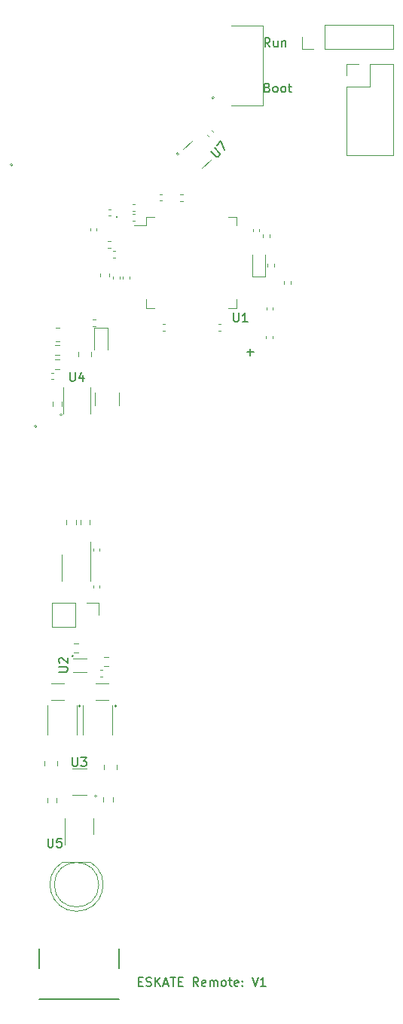
<source format=gbr>
%TF.GenerationSoftware,KiCad,Pcbnew,(5.1.7)-1*%
%TF.CreationDate,2020-11-25T00:45:14-08:00*%
%TF.ProjectId,eskate_remote,65736b61-7465-45f7-9265-6d6f74652e6b,rev?*%
%TF.SameCoordinates,Original*%
%TF.FileFunction,Legend,Top*%
%TF.FilePolarity,Positive*%
%FSLAX46Y46*%
G04 Gerber Fmt 4.6, Leading zero omitted, Abs format (unit mm)*
G04 Created by KiCad (PCBNEW (5.1.7)-1) date 2020-11-25 00:45:14*
%MOMM*%
%LPD*%
G01*
G04 APERTURE LIST*
%ADD10C,0.150000*%
%ADD11C,0.127000*%
%ADD12C,0.120000*%
G04 APERTURE END LIST*
D10*
X112280952Y-147808571D02*
X112614285Y-147808571D01*
X112757142Y-148332380D02*
X112280952Y-148332380D01*
X112280952Y-147332380D01*
X112757142Y-147332380D01*
X113138095Y-148284761D02*
X113280952Y-148332380D01*
X113519047Y-148332380D01*
X113614285Y-148284761D01*
X113661904Y-148237142D01*
X113709523Y-148141904D01*
X113709523Y-148046666D01*
X113661904Y-147951428D01*
X113614285Y-147903809D01*
X113519047Y-147856190D01*
X113328571Y-147808571D01*
X113233333Y-147760952D01*
X113185714Y-147713333D01*
X113138095Y-147618095D01*
X113138095Y-147522857D01*
X113185714Y-147427619D01*
X113233333Y-147380000D01*
X113328571Y-147332380D01*
X113566666Y-147332380D01*
X113709523Y-147380000D01*
X114138095Y-148332380D02*
X114138095Y-147332380D01*
X114709523Y-148332380D02*
X114280952Y-147760952D01*
X114709523Y-147332380D02*
X114138095Y-147903809D01*
X115090476Y-148046666D02*
X115566666Y-148046666D01*
X114995238Y-148332380D02*
X115328571Y-147332380D01*
X115661904Y-148332380D01*
X115852380Y-147332380D02*
X116423809Y-147332380D01*
X116138095Y-148332380D02*
X116138095Y-147332380D01*
X116757142Y-147808571D02*
X117090476Y-147808571D01*
X117233333Y-148332380D02*
X116757142Y-148332380D01*
X116757142Y-147332380D01*
X117233333Y-147332380D01*
X118995238Y-148332380D02*
X118661904Y-147856190D01*
X118423809Y-148332380D02*
X118423809Y-147332380D01*
X118804761Y-147332380D01*
X118900000Y-147380000D01*
X118947619Y-147427619D01*
X118995238Y-147522857D01*
X118995238Y-147665714D01*
X118947619Y-147760952D01*
X118900000Y-147808571D01*
X118804761Y-147856190D01*
X118423809Y-147856190D01*
X119804761Y-148284761D02*
X119709523Y-148332380D01*
X119519047Y-148332380D01*
X119423809Y-148284761D01*
X119376190Y-148189523D01*
X119376190Y-147808571D01*
X119423809Y-147713333D01*
X119519047Y-147665714D01*
X119709523Y-147665714D01*
X119804761Y-147713333D01*
X119852380Y-147808571D01*
X119852380Y-147903809D01*
X119376190Y-147999047D01*
X120280952Y-148332380D02*
X120280952Y-147665714D01*
X120280952Y-147760952D02*
X120328571Y-147713333D01*
X120423809Y-147665714D01*
X120566666Y-147665714D01*
X120661904Y-147713333D01*
X120709523Y-147808571D01*
X120709523Y-148332380D01*
X120709523Y-147808571D02*
X120757142Y-147713333D01*
X120852380Y-147665714D01*
X120995238Y-147665714D01*
X121090476Y-147713333D01*
X121138095Y-147808571D01*
X121138095Y-148332380D01*
X121757142Y-148332380D02*
X121661904Y-148284761D01*
X121614285Y-148237142D01*
X121566666Y-148141904D01*
X121566666Y-147856190D01*
X121614285Y-147760952D01*
X121661904Y-147713333D01*
X121757142Y-147665714D01*
X121900000Y-147665714D01*
X121995238Y-147713333D01*
X122042857Y-147760952D01*
X122090476Y-147856190D01*
X122090476Y-148141904D01*
X122042857Y-148237142D01*
X121995238Y-148284761D01*
X121900000Y-148332380D01*
X121757142Y-148332380D01*
X122376190Y-147665714D02*
X122757142Y-147665714D01*
X122519047Y-147332380D02*
X122519047Y-148189523D01*
X122566666Y-148284761D01*
X122661904Y-148332380D01*
X122757142Y-148332380D01*
X123471428Y-148284761D02*
X123376190Y-148332380D01*
X123185714Y-148332380D01*
X123090476Y-148284761D01*
X123042857Y-148189523D01*
X123042857Y-147808571D01*
X123090476Y-147713333D01*
X123185714Y-147665714D01*
X123376190Y-147665714D01*
X123471428Y-147713333D01*
X123519047Y-147808571D01*
X123519047Y-147903809D01*
X123042857Y-147999047D01*
X123947619Y-148237142D02*
X123995238Y-148284761D01*
X123947619Y-148332380D01*
X123900000Y-148284761D01*
X123947619Y-148237142D01*
X123947619Y-148332380D01*
X123947619Y-147713333D02*
X123995238Y-147760952D01*
X123947619Y-147808571D01*
X123900000Y-147760952D01*
X123947619Y-147713333D01*
X123947619Y-147808571D01*
X125042857Y-147332380D02*
X125376190Y-148332380D01*
X125709523Y-147332380D01*
X126566666Y-148332380D02*
X125995238Y-148332380D01*
X126280952Y-148332380D02*
X126280952Y-147332380D01*
X126185714Y-147475238D01*
X126090476Y-147570476D01*
X125995238Y-147618095D01*
X124449047Y-77081428D02*
X125210952Y-77081428D01*
X124830000Y-77462380D02*
X124830000Y-76700476D01*
X127044761Y-42772380D02*
X126711428Y-42296190D01*
X126473333Y-42772380D02*
X126473333Y-41772380D01*
X126854285Y-41772380D01*
X126949523Y-41820000D01*
X126997142Y-41867619D01*
X127044761Y-41962857D01*
X127044761Y-42105714D01*
X126997142Y-42200952D01*
X126949523Y-42248571D01*
X126854285Y-42296190D01*
X126473333Y-42296190D01*
X127901904Y-42105714D02*
X127901904Y-42772380D01*
X127473333Y-42105714D02*
X127473333Y-42629523D01*
X127520952Y-42724761D01*
X127616190Y-42772380D01*
X127759047Y-42772380D01*
X127854285Y-42724761D01*
X127901904Y-42677142D01*
X128378095Y-42105714D02*
X128378095Y-42772380D01*
X128378095Y-42200952D02*
X128425714Y-42153333D01*
X128520952Y-42105714D01*
X128663809Y-42105714D01*
X128759047Y-42153333D01*
X128806666Y-42248571D01*
X128806666Y-42772380D01*
X126770952Y-47358571D02*
X126913809Y-47406190D01*
X126961428Y-47453809D01*
X127009047Y-47549047D01*
X127009047Y-47691904D01*
X126961428Y-47787142D01*
X126913809Y-47834761D01*
X126818571Y-47882380D01*
X126437619Y-47882380D01*
X126437619Y-46882380D01*
X126770952Y-46882380D01*
X126866190Y-46930000D01*
X126913809Y-46977619D01*
X126961428Y-47072857D01*
X126961428Y-47168095D01*
X126913809Y-47263333D01*
X126866190Y-47310952D01*
X126770952Y-47358571D01*
X126437619Y-47358571D01*
X127580476Y-47882380D02*
X127485238Y-47834761D01*
X127437619Y-47787142D01*
X127390000Y-47691904D01*
X127390000Y-47406190D01*
X127437619Y-47310952D01*
X127485238Y-47263333D01*
X127580476Y-47215714D01*
X127723333Y-47215714D01*
X127818571Y-47263333D01*
X127866190Y-47310952D01*
X127913809Y-47406190D01*
X127913809Y-47691904D01*
X127866190Y-47787142D01*
X127818571Y-47834761D01*
X127723333Y-47882380D01*
X127580476Y-47882380D01*
X128485238Y-47882380D02*
X128390000Y-47834761D01*
X128342380Y-47787142D01*
X128294761Y-47691904D01*
X128294761Y-47406190D01*
X128342380Y-47310952D01*
X128390000Y-47263333D01*
X128485238Y-47215714D01*
X128628095Y-47215714D01*
X128723333Y-47263333D01*
X128770952Y-47310952D01*
X128818571Y-47406190D01*
X128818571Y-47691904D01*
X128770952Y-47787142D01*
X128723333Y-47834761D01*
X128628095Y-47882380D01*
X128485238Y-47882380D01*
X129104285Y-47215714D02*
X129485238Y-47215714D01*
X129247142Y-46882380D02*
X129247142Y-47739523D01*
X129294761Y-47834761D01*
X129390000Y-47882380D01*
X129485238Y-47882380D01*
D11*
%TO.C,J1*%
X101130000Y-149770000D02*
X110070000Y-149770000D01*
X101130000Y-146300000D02*
X101130000Y-144100000D01*
X110070000Y-146300000D02*
X110070000Y-144100000D01*
D12*
%TO.C,FET2*%
X109841421Y-116850000D02*
G75*
G03*
X109841421Y-116850000I-141421J0D01*
G01*
X106050000Y-116800000D02*
X106050000Y-120100000D01*
X109350000Y-120100000D02*
X109350000Y-116800000D01*
%TO.C,FET1*%
X105791421Y-116850000D02*
G75*
G03*
X105791421Y-116850000I-141421J0D01*
G01*
X102000000Y-116800000D02*
X102000000Y-120100000D01*
X105300000Y-120100000D02*
X105300000Y-116800000D01*
%TO.C,Y1*%
X109900000Y-61900000D02*
G75*
G03*
X109900000Y-61900000I-100000J0D01*
G01*
%TO.C,U7*%
X117308365Y-54298315D02*
X118298315Y-53308365D01*
X120419635Y-55429685D02*
X119429685Y-56419635D01*
X116813390Y-54793289D02*
G75*
G03*
X116813390Y-54793289I-141421J0D01*
G01*
%TO.C,U6*%
X103640000Y-101300000D02*
X103640000Y-102800000D01*
X103640000Y-101300000D02*
X103640000Y-99800000D01*
X106860000Y-101300000D02*
X106860000Y-102800000D01*
X106860000Y-101300000D02*
X106860000Y-98375000D01*
%TO.C,U5*%
X107210000Y-131250000D02*
X107210000Y-129450000D01*
X103990000Y-129450000D02*
X103990000Y-132400000D01*
%TO.C,U4*%
X103850000Y-81000000D02*
X103850000Y-84000000D01*
X106850000Y-84000000D02*
X106850000Y-81000000D01*
X103691421Y-84100000D02*
G75*
G03*
X103691421Y-84100000I-141421J0D01*
G01*
%TO.C,U3*%
X107591421Y-126950000D02*
G75*
G03*
X107591421Y-126950000I-141421J0D01*
G01*
X106450000Y-123900000D02*
X104850000Y-123900000D01*
X104850000Y-126800000D02*
X106450000Y-126800000D01*
%TO.C,U2*%
X104950000Y-111250000D02*
G75*
G03*
X104950000Y-111250000I-100000J0D01*
G01*
X104900000Y-113000000D02*
X106400000Y-113000000D01*
X106400000Y-111500000D02*
X104900000Y-111500000D01*
%TO.C,U1*%
X122360000Y-72110000D02*
X123310000Y-72110000D01*
X123310000Y-72110000D02*
X123310000Y-71160000D01*
X114040000Y-72110000D02*
X113090000Y-72110000D01*
X113090000Y-72110000D02*
X113090000Y-71160000D01*
X122360000Y-61890000D02*
X123310000Y-61890000D01*
X123310000Y-61890000D02*
X123310000Y-62840000D01*
X114040000Y-61890000D02*
X113090000Y-61890000D01*
X113090000Y-61890000D02*
X113090000Y-62840000D01*
X113090000Y-62840000D02*
X111750000Y-62840000D01*
%TO.C,SW1*%
X126250000Y-49400000D02*
X122650000Y-49400000D01*
X122650000Y-40400000D02*
X126250000Y-40400000D01*
X120791421Y-48500000D02*
G75*
G03*
X120791421Y-48500000I-141421J0D01*
G01*
X126250000Y-40400000D02*
X126250000Y-49400000D01*
%TO.C,R19*%
X105727500Y-96454724D02*
X105727500Y-95945276D01*
X106772500Y-96454724D02*
X106772500Y-95945276D01*
%TO.C,R18*%
X104177500Y-96454724D02*
X104177500Y-95945276D01*
X105222500Y-96454724D02*
X105222500Y-95945276D01*
%TO.C,R17*%
X107082379Y-73420000D02*
X107417621Y-73420000D01*
X107082379Y-74180000D02*
X107417621Y-74180000D01*
%TO.C,R16*%
X102627500Y-83154724D02*
X102627500Y-82645276D01*
X103672500Y-83154724D02*
X103672500Y-82645276D01*
%TO.C,R15*%
X102895276Y-77927500D02*
X103404724Y-77927500D01*
X102895276Y-78972500D02*
X103404724Y-78972500D01*
%TO.C,R14*%
X103404724Y-77372500D02*
X102895276Y-77372500D01*
X103404724Y-76327500D02*
X102895276Y-76327500D01*
%TO.C,R13*%
X102972936Y-74365000D02*
X103427064Y-74365000D01*
X102972936Y-75835000D02*
X103427064Y-75835000D01*
%TO.C,R12*%
X109372500Y-127095276D02*
X109372500Y-127604724D01*
X108327500Y-127095276D02*
X108327500Y-127604724D01*
%TO.C,R11*%
X103072500Y-127145276D02*
X103072500Y-127654724D01*
X102027500Y-127145276D02*
X102027500Y-127654724D01*
%TO.C,R10*%
X107472936Y-114340000D02*
X108927064Y-114340000D01*
X107472936Y-116160000D02*
X108927064Y-116160000D01*
%TO.C,R9*%
X103877064Y-116160000D02*
X102422936Y-116160000D01*
X103877064Y-114340000D02*
X102422936Y-114340000D01*
%TO.C,R8*%
X104995276Y-109827500D02*
X105504724Y-109827500D01*
X104995276Y-110872500D02*
X105504724Y-110872500D01*
%TO.C,R7*%
X108904724Y-112372500D02*
X108395276Y-112372500D01*
X108904724Y-111327500D02*
X108395276Y-111327500D01*
%TO.C,R6*%
X126620000Y-75567621D02*
X126620000Y-75232379D01*
X127380000Y-75567621D02*
X127380000Y-75232379D01*
%TO.C,R5*%
X129340000Y-69092379D02*
X129340000Y-69427621D01*
X128580000Y-69092379D02*
X128580000Y-69427621D01*
%TO.C,R4*%
X127480000Y-67132379D02*
X127480000Y-67467621D01*
X126720000Y-67132379D02*
X126720000Y-67467621D01*
%TO.C,R3*%
X108832379Y-64620000D02*
X109167621Y-64620000D01*
X108832379Y-65380000D02*
X109167621Y-65380000D01*
%TO.C,R2*%
X126220000Y-64167621D02*
X126220000Y-63832379D01*
X126980000Y-64167621D02*
X126980000Y-63832379D01*
%TO.C,R1*%
X117267621Y-60080000D02*
X116932379Y-60080000D01*
X117267621Y-59320000D02*
X116932379Y-59320000D01*
%TO.C,L2*%
X100841421Y-85400000D02*
G75*
G03*
X100841421Y-85400000I-141421J0D01*
G01*
%TO.C,L1*%
X109010000Y-68228733D02*
X109010000Y-68571267D01*
X107990000Y-68228733D02*
X107990000Y-68571267D01*
%TO.C,J5*%
X102580000Y-105270000D02*
X102580000Y-107930000D01*
X105180000Y-105270000D02*
X102580000Y-105270000D01*
X105180000Y-107930000D02*
X102580000Y-107930000D01*
X105180000Y-105270000D02*
X105180000Y-107930000D01*
X106450000Y-105270000D02*
X107780000Y-105270000D01*
X107780000Y-105270000D02*
X107780000Y-106600000D01*
%TO.C,J4*%
X140900000Y-42980000D02*
X140900000Y-40320000D01*
X133220000Y-42980000D02*
X140900000Y-42980000D01*
X133220000Y-40320000D02*
X140900000Y-40320000D01*
X133220000Y-42980000D02*
X133220000Y-40320000D01*
X131950000Y-42980000D02*
X130620000Y-42980000D01*
X130620000Y-42980000D02*
X130620000Y-41650000D01*
%TO.C,J3*%
X135670000Y-54950000D02*
X140870000Y-54950000D01*
X135670000Y-47270000D02*
X135670000Y-54950000D01*
X140870000Y-44670000D02*
X140870000Y-54950000D01*
X135670000Y-47270000D02*
X138270000Y-47270000D01*
X138270000Y-47270000D02*
X138270000Y-44670000D01*
X138270000Y-44670000D02*
X140870000Y-44670000D01*
X135670000Y-46000000D02*
X135670000Y-44670000D01*
X135670000Y-44670000D02*
X137000000Y-44670000D01*
%TO.C,J2*%
X98121421Y-56040000D02*
G75*
G03*
X98121421Y-56040000I-141421J0D01*
G01*
%TO.C,D3*%
X108785000Y-76800000D02*
X108785000Y-74340000D01*
X108785000Y-74340000D02*
X107315000Y-74340000D01*
X107315000Y-74340000D02*
X107315000Y-76800000D01*
%TO.C,D2*%
X105300462Y-139910000D02*
G75*
G02*
X103755170Y-134360000I-462J2990000D01*
G01*
X105299538Y-139910000D02*
G75*
G03*
X106844830Y-134360000I462J2990000D01*
G01*
X107800000Y-136920000D02*
G75*
G03*
X107800000Y-136920000I-2500000J0D01*
G01*
X106845000Y-134360000D02*
X103755000Y-134360000D01*
%TO.C,D1*%
X125065000Y-66100000D02*
X125065000Y-68560000D01*
X125065000Y-68560000D02*
X126535000Y-68560000D01*
X126535000Y-68560000D02*
X126535000Y-66100000D01*
%TO.C,C21*%
X109615835Y-66460000D02*
X109384165Y-66460000D01*
X109615835Y-65740000D02*
X109384165Y-65740000D01*
%TO.C,C20*%
X120472651Y-52163534D02*
X120636466Y-52327349D01*
X119963534Y-52672651D02*
X120127349Y-52836466D01*
%TO.C,C19*%
X107190000Y-99415835D02*
X107190000Y-99184165D01*
X107910000Y-99415835D02*
X107910000Y-99184165D01*
%TO.C,C18*%
X107910000Y-103284165D02*
X107910000Y-103515835D01*
X107190000Y-103284165D02*
X107190000Y-103515835D01*
%TO.C,C17*%
X102715835Y-80110000D02*
X102484165Y-80110000D01*
X102715835Y-79390000D02*
X102484165Y-79390000D01*
%TO.C,C16*%
X110110000Y-81638748D02*
X110110000Y-83061252D01*
X107390000Y-81638748D02*
X107390000Y-83061252D01*
%TO.C,C15*%
X105465000Y-77561252D02*
X105465000Y-77038748D01*
X106935000Y-77561252D02*
X106935000Y-77038748D01*
%TO.C,C14*%
X108365000Y-123961252D02*
X108365000Y-123438748D01*
X109835000Y-123961252D02*
X109835000Y-123438748D01*
%TO.C,C13*%
X101665000Y-123511252D02*
X101665000Y-122988748D01*
X103135000Y-123511252D02*
X103135000Y-122988748D01*
%TO.C,C12*%
X108215835Y-113510000D02*
X107984165Y-113510000D01*
X108215835Y-112790000D02*
X107984165Y-112790000D01*
%TO.C,C11*%
X127360000Y-72084165D02*
X127360000Y-72315835D01*
X126640000Y-72084165D02*
X126640000Y-72315835D01*
%TO.C,C10*%
X106840000Y-63415835D02*
X106840000Y-63184165D01*
X107560000Y-63415835D02*
X107560000Y-63184165D01*
%TO.C,C9*%
X109115835Y-61760000D02*
X108884165Y-61760000D01*
X109115835Y-61040000D02*
X108884165Y-61040000D01*
%TO.C,C8*%
X110540000Y-68815835D02*
X110540000Y-68584165D01*
X111260000Y-68815835D02*
X111260000Y-68584165D01*
%TO.C,C7*%
X109440000Y-68815835D02*
X109440000Y-68584165D01*
X110160000Y-68815835D02*
X110160000Y-68584165D01*
%TO.C,C6*%
X111815835Y-62310000D02*
X111584165Y-62310000D01*
X111815835Y-61590000D02*
X111584165Y-61590000D01*
%TO.C,C5*%
X125860000Y-63284165D02*
X125860000Y-63515835D01*
X125140000Y-63284165D02*
X125140000Y-63515835D01*
%TO.C,C4*%
X115215835Y-74660000D02*
X114984165Y-74660000D01*
X115215835Y-73940000D02*
X114984165Y-73940000D01*
%TO.C,C3*%
X114684165Y-59340000D02*
X114915835Y-59340000D01*
X114684165Y-60060000D02*
X114915835Y-60060000D01*
%TO.C,C2*%
X121515835Y-74660000D02*
X121284165Y-74660000D01*
X121515835Y-73940000D02*
X121284165Y-73940000D01*
%TO.C,C1*%
X111815835Y-61210000D02*
X111584165Y-61210000D01*
X111815835Y-60490000D02*
X111584165Y-60490000D01*
%TO.C,U7*%
D10*
X120384026Y-54521522D02*
X120956446Y-55093942D01*
X121057461Y-55127614D01*
X121124805Y-55127614D01*
X121225820Y-55093942D01*
X121360507Y-54959255D01*
X121394179Y-54858240D01*
X121394179Y-54790896D01*
X121360507Y-54689881D01*
X120788087Y-54117461D01*
X121057461Y-53848087D02*
X121528866Y-53376683D01*
X121932927Y-54386835D01*
%TO.C,U5*%
X102078095Y-131722380D02*
X102078095Y-132531904D01*
X102125714Y-132627142D01*
X102173333Y-132674761D01*
X102268571Y-132722380D01*
X102459047Y-132722380D01*
X102554285Y-132674761D01*
X102601904Y-132627142D01*
X102649523Y-132531904D01*
X102649523Y-131722380D01*
X103601904Y-131722380D02*
X103125714Y-131722380D01*
X103078095Y-132198571D01*
X103125714Y-132150952D01*
X103220952Y-132103333D01*
X103459047Y-132103333D01*
X103554285Y-132150952D01*
X103601904Y-132198571D01*
X103649523Y-132293809D01*
X103649523Y-132531904D01*
X103601904Y-132627142D01*
X103554285Y-132674761D01*
X103459047Y-132722380D01*
X103220952Y-132722380D01*
X103125714Y-132674761D01*
X103078095Y-132627142D01*
%TO.C,U4*%
X104568095Y-79342380D02*
X104568095Y-80151904D01*
X104615714Y-80247142D01*
X104663333Y-80294761D01*
X104758571Y-80342380D01*
X104949047Y-80342380D01*
X105044285Y-80294761D01*
X105091904Y-80247142D01*
X105139523Y-80151904D01*
X105139523Y-79342380D01*
X106044285Y-79675714D02*
X106044285Y-80342380D01*
X105806190Y-79294761D02*
X105568095Y-80009047D01*
X106187142Y-80009047D01*
%TO.C,U3*%
X104828095Y-122612380D02*
X104828095Y-123421904D01*
X104875714Y-123517142D01*
X104923333Y-123564761D01*
X105018571Y-123612380D01*
X105209047Y-123612380D01*
X105304285Y-123564761D01*
X105351904Y-123517142D01*
X105399523Y-123421904D01*
X105399523Y-122612380D01*
X105780476Y-122612380D02*
X106399523Y-122612380D01*
X106066190Y-122993333D01*
X106209047Y-122993333D01*
X106304285Y-123040952D01*
X106351904Y-123088571D01*
X106399523Y-123183809D01*
X106399523Y-123421904D01*
X106351904Y-123517142D01*
X106304285Y-123564761D01*
X106209047Y-123612380D01*
X105923333Y-123612380D01*
X105828095Y-123564761D01*
X105780476Y-123517142D01*
%TO.C,U2*%
X103322380Y-113001904D02*
X104131904Y-113001904D01*
X104227142Y-112954285D01*
X104274761Y-112906666D01*
X104322380Y-112811428D01*
X104322380Y-112620952D01*
X104274761Y-112525714D01*
X104227142Y-112478095D01*
X104131904Y-112430476D01*
X103322380Y-112430476D01*
X103417619Y-112001904D02*
X103370000Y-111954285D01*
X103322380Y-111859047D01*
X103322380Y-111620952D01*
X103370000Y-111525714D01*
X103417619Y-111478095D01*
X103512857Y-111430476D01*
X103608095Y-111430476D01*
X103750952Y-111478095D01*
X104322380Y-112049523D01*
X104322380Y-111430476D01*
%TO.C,U1*%
X122958095Y-72662380D02*
X122958095Y-73471904D01*
X123005714Y-73567142D01*
X123053333Y-73614761D01*
X123148571Y-73662380D01*
X123339047Y-73662380D01*
X123434285Y-73614761D01*
X123481904Y-73567142D01*
X123529523Y-73471904D01*
X123529523Y-72662380D01*
X124529523Y-73662380D02*
X123958095Y-73662380D01*
X124243809Y-73662380D02*
X124243809Y-72662380D01*
X124148571Y-72805238D01*
X124053333Y-72900476D01*
X123958095Y-72948095D01*
%TD*%
M02*

</source>
